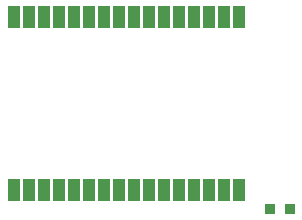
<source format=gbr>
%TF.GenerationSoftware,Altium Limited,Altium Designer,21.2.1 (34)*%
G04 Layer_Color=8421504*
%FSLAX26Y26*%
%MOIN*%
%TF.SameCoordinates,A0A043E5-24E2-464B-A4FE-AC519CE3A301*%
%TF.FilePolarity,Positive*%
%TF.FileFunction,Paste,Top*%
%TF.Part,Single*%
G01*
G75*
%TA.AperFunction,SMDPad,CuDef*%
%ADD10R,0.035433X0.035433*%
%ADD11R,0.042130X0.074800*%
D10*
X1258054Y118110D02*
D03*
X1324983D02*
D03*
D11*
X804528Y184251D02*
D03*
X754528D02*
D03*
X704528D02*
D03*
X654528D02*
D03*
X604528D02*
D03*
X554528D02*
D03*
X404528Y760631D02*
D03*
X454528D02*
D03*
X504528D02*
D03*
Y184251D02*
D03*
X554528Y760631D02*
D03*
X604528D02*
D03*
X654528D02*
D03*
X704528D02*
D03*
X754528D02*
D03*
X804528D02*
D03*
X854528D02*
D03*
X904528D02*
D03*
X954528D02*
D03*
X1004528D02*
D03*
X454528Y184251D02*
D03*
X1054528Y760631D02*
D03*
X1104528D02*
D03*
X1154528D02*
D03*
Y184251D02*
D03*
X1104528D02*
D03*
X1054528D02*
D03*
X1004528D02*
D03*
X954528D02*
D03*
X904528D02*
D03*
X854528D02*
D03*
X404528D02*
D03*
%TF.MD5,fb4db41ceea4cd6e98dd6cbb447106a1*%
M02*

</source>
